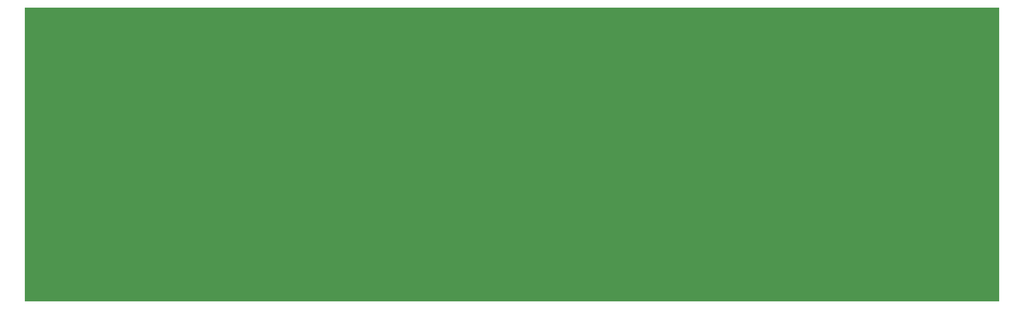
<source format=gbr>
G04 DipTrace 2.4.0.2*
%INBoard.gbr*%
%MOIN*%
%ADD11C,0.006*%
%FSLAX44Y44*%
G04*
G70*
G90*
G75*
G01*
%LNBoardPoly*%
%LPD*%
G36*
X3940Y24440D2*
D11*
Y3940D1*
X71940D1*
Y24440D1*
X3940D1*
G37*
M02*

</source>
